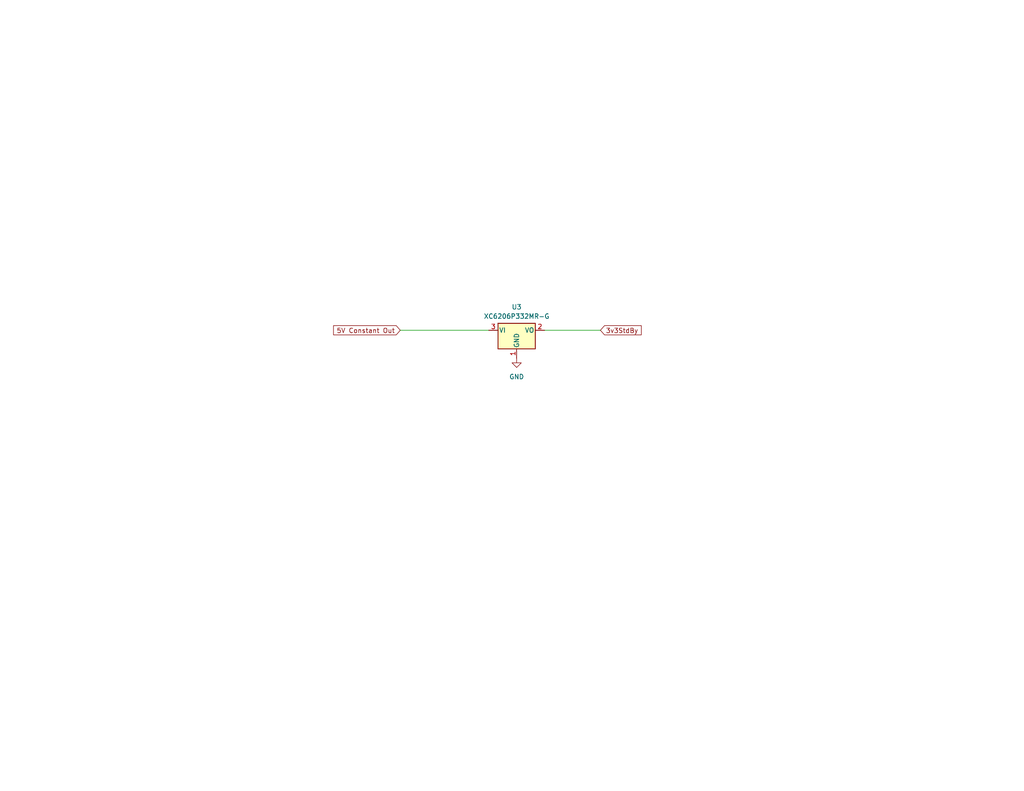
<source format=kicad_sch>
(kicad_sch
	(version 20231120)
	(generator "eeschema")
	(generator_version "8.0")
	(uuid "4cfa6a30-96de-49a9-9dcc-3644e881e404")
	(paper "USLetter")
	(title_block
		(title "pXu")
		(date "2025-01-02")
		(rev "1")
		(company "Andr0")
	)
	(lib_symbols
		(symbol "Regulator_Linear:XC6206PxxxMR"
			(pin_names
				(offset 0.254)
			)
			(exclude_from_sim no)
			(in_bom yes)
			(on_board yes)
			(property "Reference" "U"
				(at -3.81 3.175 0)
				(effects
					(font
						(size 1.27 1.27)
					)
				)
			)
			(property "Value" "XC6206PxxxMR"
				(at 0 3.175 0)
				(effects
					(font
						(size 1.27 1.27)
					)
					(justify left)
				)
			)
			(property "Footprint" "Package_TO_SOT_SMD:SOT-23-3"
				(at 0 5.715 0)
				(effects
					(font
						(size 1.27 1.27)
						(italic yes)
					)
					(hide yes)
				)
			)
			(property "Datasheet" "https://www.torexsemi.com/file/xc6206/XC6206.pdf"
				(at 0 0 0)
				(effects
					(font
						(size 1.27 1.27)
					)
					(hide yes)
				)
			)
			(property "Description" "Positive 60-250mA Low Dropout Regulator, Fixed Output, SOT-23"
				(at 0 0 0)
				(effects
					(font
						(size 1.27 1.27)
					)
					(hide yes)
				)
			)
			(property "ki_keywords" "Torex LDO Voltage Regulator Fixed Positive"
				(at 0 0 0)
				(effects
					(font
						(size 1.27 1.27)
					)
					(hide yes)
				)
			)
			(property "ki_fp_filters" "SOT?23?3*"
				(at 0 0 0)
				(effects
					(font
						(size 1.27 1.27)
					)
					(hide yes)
				)
			)
			(symbol "XC6206PxxxMR_0_1"
				(rectangle
					(start -5.08 1.905)
					(end 5.08 -5.08)
					(stroke
						(width 0.254)
						(type default)
					)
					(fill
						(type background)
					)
				)
			)
			(symbol "XC6206PxxxMR_1_1"
				(pin power_in line
					(at 0 -7.62 90)
					(length 2.54)
					(name "GND"
						(effects
							(font
								(size 1.27 1.27)
							)
						)
					)
					(number "1"
						(effects
							(font
								(size 1.27 1.27)
							)
						)
					)
				)
				(pin power_out line
					(at 7.62 0 180)
					(length 2.54)
					(name "VO"
						(effects
							(font
								(size 1.27 1.27)
							)
						)
					)
					(number "2"
						(effects
							(font
								(size 1.27 1.27)
							)
						)
					)
				)
				(pin power_in line
					(at -7.62 0 0)
					(length 2.54)
					(name "VI"
						(effects
							(font
								(size 1.27 1.27)
							)
						)
					)
					(number "3"
						(effects
							(font
								(size 1.27 1.27)
							)
						)
					)
				)
			)
		)
		(symbol "power:GND"
			(power)
			(pin_numbers hide)
			(pin_names
				(offset 0) hide)
			(exclude_from_sim no)
			(in_bom yes)
			(on_board yes)
			(property "Reference" "#PWR"
				(at 0 -6.35 0)
				(effects
					(font
						(size 1.27 1.27)
					)
					(hide yes)
				)
			)
			(property "Value" "GND"
				(at 0 -3.81 0)
				(effects
					(font
						(size 1.27 1.27)
					)
				)
			)
			(property "Footprint" ""
				(at 0 0 0)
				(effects
					(font
						(size 1.27 1.27)
					)
					(hide yes)
				)
			)
			(property "Datasheet" ""
				(at 0 0 0)
				(effects
					(font
						(size 1.27 1.27)
					)
					(hide yes)
				)
			)
			(property "Description" "Power symbol creates a global label with name \"GND\" , ground"
				(at 0 0 0)
				(effects
					(font
						(size 1.27 1.27)
					)
					(hide yes)
				)
			)
			(property "ki_keywords" "global power"
				(at 0 0 0)
				(effects
					(font
						(size 1.27 1.27)
					)
					(hide yes)
				)
			)
			(symbol "GND_0_1"
				(polyline
					(pts
						(xy 0 0) (xy 0 -1.27) (xy 1.27 -1.27) (xy 0 -2.54) (xy -1.27 -1.27) (xy 0 -1.27)
					)
					(stroke
						(width 0)
						(type default)
					)
					(fill
						(type none)
					)
				)
			)
			(symbol "GND_1_1"
				(pin power_in line
					(at 0 0 270)
					(length 0)
					(name "~"
						(effects
							(font
								(size 1.27 1.27)
							)
						)
					)
					(number "1"
						(effects
							(font
								(size 1.27 1.27)
							)
						)
					)
				)
			)
		)
	)
	(wire
		(pts
			(xy 148.59 90.17) (xy 163.83 90.17)
		)
		(stroke
			(width 0)
			(type default)
		)
		(uuid "07d49214-86f9-4121-be5e-4160ae5002e3")
	)
	(wire
		(pts
			(xy 109.22 90.17) (xy 133.35 90.17)
		)
		(stroke
			(width 0)
			(type default)
		)
		(uuid "5a7d9948-6ce8-4249-be2c-c04110af36b6")
	)
	(global_label "5V Constant Out"
		(shape input)
		(at 109.22 90.17 180)
		(fields_autoplaced yes)
		(effects
			(font
				(size 1.27 1.27)
			)
			(justify right)
		)
		(uuid "637e6538-8094-41ef-8bf4-efc01dbe50b3")
		(property "Intersheetrefs" "${INTERSHEET_REFS}"
			(at 90.4508 90.17 0)
			(effects
				(font
					(size 1.27 1.27)
				)
				(justify right)
				(hide yes)
			)
		)
	)
	(global_label "3v3StdBy"
		(shape input)
		(at 163.83 90.17 0)
		(fields_autoplaced yes)
		(effects
			(font
				(size 1.27 1.27)
			)
			(justify left)
		)
		(uuid "b653d8c0-55e1-4589-a5b6-1d0223ca5b2e")
		(property "Intersheetrefs" "${INTERSHEET_REFS}"
			(at 175.5236 90.17 0)
			(effects
				(font
					(size 1.27 1.27)
				)
				(justify left)
				(hide yes)
			)
		)
	)
	(symbol
		(lib_id "power:GND")
		(at 140.97 97.79 0)
		(unit 1)
		(exclude_from_sim no)
		(in_bom yes)
		(on_board yes)
		(dnp no)
		(fields_autoplaced yes)
		(uuid "181d1a7e-7c2f-4bfd-b022-cf7c717690d4")
		(property "Reference" "#PWR018"
			(at 140.97 104.14 0)
			(effects
				(font
					(size 1.27 1.27)
				)
				(hide yes)
			)
		)
		(property "Value" "GND"
			(at 140.97 102.87 0)
			(effects
				(font
					(size 1.27 1.27)
				)
			)
		)
		(property "Footprint" ""
			(at 140.97 97.79 0)
			(effects
				(font
					(size 1.27 1.27)
				)
				(hide yes)
			)
		)
		(property "Datasheet" ""
			(at 140.97 97.79 0)
			(effects
				(font
					(size 1.27 1.27)
				)
				(hide yes)
			)
		)
		(property "Description" "Power symbol creates a global label with name \"GND\" , ground"
			(at 140.97 97.79 0)
			(effects
				(font
					(size 1.27 1.27)
				)
				(hide yes)
			)
		)
		(pin "1"
			(uuid "07bef87d-10e5-4509-b335-c8149a36677f")
		)
		(instances
			(project ""
				(path "/661381fb-2850-491e-aecc-19481c29ee6f/ce542195-be9c-43ef-9a4d-46642401a2ca"
					(reference "#PWR018")
					(unit 1)
				)
			)
		)
	)
	(symbol
		(lib_id "Regulator_Linear:XC6206PxxxMR")
		(at 140.97 90.17 0)
		(unit 1)
		(exclude_from_sim no)
		(in_bom yes)
		(on_board yes)
		(dnp no)
		(fields_autoplaced yes)
		(uuid "d44a572a-f512-44c6-9614-b9878e8137e9")
		(property "Reference" "U3"
			(at 140.97 83.82 0)
			(effects
				(font
					(size 1.27 1.27)
				)
			)
		)
		(property "Value" "XC6206P332MR-G"
			(at 140.97 86.36 0)
			(effects
				(font
					(size 1.27 1.27)
				)
			)
		)
		(property "Footprint" "Package_TO_SOT_SMD:SOT-23-3"
			(at 140.97 84.455 0)
			(effects
				(font
					(size 1.27 1.27)
					(italic yes)
				)
				(hide yes)
			)
		)
		(property "Datasheet" "https://www.torexsemi.com/file/xc6206/XC6206.pdf"
			(at 140.97 90.17 0)
			(effects
				(font
					(size 1.27 1.27)
				)
				(hide yes)
			)
		)
		(property "Description" "IC REG LINEAR 3.3V 200MA SOT23"
			(at 140.97 90.17 0)
			(effects
				(font
					(size 1.27 1.27)
				)
				(hide yes)
			)
		)
		(pin "2"
			(uuid "33dbc63f-5d6e-4a34-927f-b6e0f9a91995")
		)
		(pin "3"
			(uuid "606188aa-14bf-4355-b224-fb2590546dcc")
		)
		(pin "1"
			(uuid "abf1ab58-c7cf-4a01-804f-d0d4b9d578c3")
		)
		(instances
			(project ""
				(path "/661381fb-2850-491e-aecc-19481c29ee6f/ce542195-be9c-43ef-9a4d-46642401a2ca"
					(reference "U3")
					(unit 1)
				)
			)
		)
	)
)

</source>
